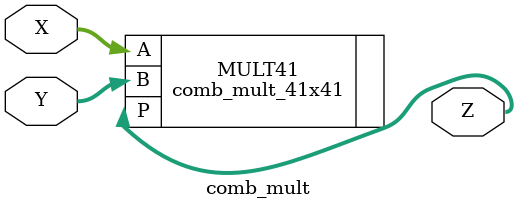
<source format=sv>
`timescale 1ns / 1ps


// subtract two unsigned integers and return sign and magnitude 
module subtractsm #(
    parameter m=64)  
    (
    input logic unsigned [m-1:0] X, 
    input logic unsigned [m-1:0] Y,
    output logic SZ, 
    output logic unsigned [m-1:0] MZ
    );
    logic signed [m:0] Z1,Z2;
    assign Z1=X-Y;
    assign Z2=Y-X;
    assign SZ = (Z1>=0)? 1'b1 : 1'b0;
    assign MZ = (Z1>=0)? Z1 : Z2;
endmodule

module add2
    #(
    parameter m=64
    )
    (
    input logic sgn1,
    input logic [m-1:0] x1,
    input logic sgn2,
    input logic [m-1:0] x2,
    output logic [m:0] z
    );
    assign z = (sgn1? x1 : -x1)+(sgn2? x2 : -x2); 
endmodule

// Use Xilinx IP: instantiate 41x41 bit combinatorial (latency=0) multiplier
// Localize the use of IP to this single module 
module comb_mult
    #(
        parameter m=41
    )
    (
        input   logic unsigned  [m-1:0] X,
        input   logic unsigned  [m-1:0] Y,
        output  logic unsigned  [2*m-1:0] Z
    );
        
    comb_mult_41x41 MULT41 (
        .A(X),  
        .B(Y),  
        .P(Z)  
    );
endmodule


</source>
